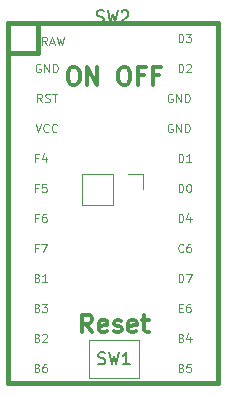
<source format=gbr>
G04 #@! TF.GenerationSoftware,KiCad,Pcbnew,(5.0.0)*
G04 #@! TF.CreationDate,2020-05-09T16:41:49-06:00*
G04 #@! TF.ProjectId,BatteryPack,426174746572795061636B2E6B696361,rev?*
G04 #@! TF.SameCoordinates,Original*
G04 #@! TF.FileFunction,Legend,Top*
G04 #@! TF.FilePolarity,Positive*
%FSLAX46Y46*%
G04 Gerber Fmt 4.6, Leading zero omitted, Abs format (unit mm)*
G04 Created by KiCad (PCBNEW (5.0.0)) date 05/09/20 16:41:49*
%MOMM*%
%LPD*%
G01*
G04 APERTURE LIST*
%ADD10C,0.300000*%
%ADD11C,0.120000*%
%ADD12C,0.381000*%
%ADD13C,0.150000*%
%ADD14C,0.100000*%
G04 APERTURE END LIST*
D10*
X126539857Y-88943571D02*
X126039857Y-88229285D01*
X125682714Y-88943571D02*
X125682714Y-87443571D01*
X126254142Y-87443571D01*
X126397000Y-87515000D01*
X126468428Y-87586428D01*
X126539857Y-87729285D01*
X126539857Y-87943571D01*
X126468428Y-88086428D01*
X126397000Y-88157857D01*
X126254142Y-88229285D01*
X125682714Y-88229285D01*
X127754142Y-88872142D02*
X127611285Y-88943571D01*
X127325571Y-88943571D01*
X127182714Y-88872142D01*
X127111285Y-88729285D01*
X127111285Y-88157857D01*
X127182714Y-88015000D01*
X127325571Y-87943571D01*
X127611285Y-87943571D01*
X127754142Y-88015000D01*
X127825571Y-88157857D01*
X127825571Y-88300714D01*
X127111285Y-88443571D01*
X128397000Y-88872142D02*
X128539857Y-88943571D01*
X128825571Y-88943571D01*
X128968428Y-88872142D01*
X129039857Y-88729285D01*
X129039857Y-88657857D01*
X128968428Y-88515000D01*
X128825571Y-88443571D01*
X128611285Y-88443571D01*
X128468428Y-88372142D01*
X128397000Y-88229285D01*
X128397000Y-88157857D01*
X128468428Y-88015000D01*
X128611285Y-87943571D01*
X128825571Y-87943571D01*
X128968428Y-88015000D01*
X130254142Y-88872142D02*
X130111285Y-88943571D01*
X129825571Y-88943571D01*
X129682714Y-88872142D01*
X129611285Y-88729285D01*
X129611285Y-88157857D01*
X129682714Y-88015000D01*
X129825571Y-87943571D01*
X130111285Y-87943571D01*
X130254142Y-88015000D01*
X130325571Y-88157857D01*
X130325571Y-88300714D01*
X129611285Y-88443571D01*
X130754142Y-87943571D02*
X131325571Y-87943571D01*
X130968428Y-87443571D02*
X130968428Y-88729285D01*
X131039857Y-88872142D01*
X131182714Y-88943571D01*
X131325571Y-88943571D01*
X124825571Y-66488571D02*
X125111285Y-66488571D01*
X125254142Y-66560000D01*
X125397000Y-66702857D01*
X125468428Y-66988571D01*
X125468428Y-67488571D01*
X125397000Y-67774285D01*
X125254142Y-67917142D01*
X125111285Y-67988571D01*
X124825571Y-67988571D01*
X124682714Y-67917142D01*
X124539857Y-67774285D01*
X124468428Y-67488571D01*
X124468428Y-66988571D01*
X124539857Y-66702857D01*
X124682714Y-66560000D01*
X124825571Y-66488571D01*
X126111285Y-67988571D02*
X126111285Y-66488571D01*
X126968428Y-67988571D01*
X126968428Y-66488571D01*
X129111285Y-66488571D02*
X129397000Y-66488571D01*
X129539857Y-66560000D01*
X129682714Y-66702857D01*
X129754142Y-66988571D01*
X129754142Y-67488571D01*
X129682714Y-67774285D01*
X129539857Y-67917142D01*
X129397000Y-67988571D01*
X129111285Y-67988571D01*
X128968428Y-67917142D01*
X128825571Y-67774285D01*
X128754142Y-67488571D01*
X128754142Y-66988571D01*
X128825571Y-66702857D01*
X128968428Y-66560000D01*
X129111285Y-66488571D01*
X130897000Y-67202857D02*
X130397000Y-67202857D01*
X130397000Y-67988571D02*
X130397000Y-66488571D01*
X131111285Y-66488571D01*
X132182714Y-67202857D02*
X131682714Y-67202857D01*
X131682714Y-67988571D02*
X131682714Y-66488571D01*
X132397000Y-66488571D01*
D11*
G04 #@! TO.C,SW1*
X130497000Y-89586000D02*
X130497000Y-92786000D01*
X126297000Y-92786000D02*
X130497000Y-92786000D01*
X126297000Y-89586000D02*
X126297000Y-92786000D01*
X126297000Y-89586000D02*
X130497000Y-89586000D01*
D12*
G04 #@! TO.C,U1*
X137160000Y-62790000D02*
X119380000Y-62790000D01*
X119380000Y-62790000D02*
X119380000Y-93270000D01*
X119380000Y-93270000D02*
X137160000Y-93270000D01*
X137160000Y-93270000D02*
X137160000Y-62790000D01*
X121920000Y-62790000D02*
X121920000Y-65330000D01*
X121920000Y-65330000D02*
X119380000Y-65330000D01*
D11*
G04 #@! TO.C,J1*
X125670001Y-75505000D02*
X125670001Y-78165000D01*
X128270001Y-75505000D02*
X125670001Y-75505000D01*
X128270001Y-78165000D02*
X125670001Y-78165000D01*
X128270001Y-75505000D02*
X128270001Y-78165000D01*
X129540001Y-75505000D02*
X130870001Y-75505000D01*
X130870001Y-75505000D02*
X130870001Y-76835000D01*
G04 #@! TO.C,SW1*
D13*
X127063666Y-91590761D02*
X127206523Y-91638380D01*
X127444619Y-91638380D01*
X127539857Y-91590761D01*
X127587476Y-91543142D01*
X127635095Y-91447904D01*
X127635095Y-91352666D01*
X127587476Y-91257428D01*
X127539857Y-91209809D01*
X127444619Y-91162190D01*
X127254142Y-91114571D01*
X127158904Y-91066952D01*
X127111285Y-91019333D01*
X127063666Y-90924095D01*
X127063666Y-90828857D01*
X127111285Y-90733619D01*
X127158904Y-90686000D01*
X127254142Y-90638380D01*
X127492238Y-90638380D01*
X127635095Y-90686000D01*
X127968428Y-90638380D02*
X128206523Y-91638380D01*
X128397000Y-90924095D01*
X128587476Y-91638380D01*
X128825571Y-90638380D01*
X129730333Y-91638380D02*
X129158904Y-91638380D01*
X129444619Y-91638380D02*
X129444619Y-90638380D01*
X129349380Y-90781238D01*
X129254142Y-90876476D01*
X129158904Y-90924095D01*
G04 #@! TO.C,U1*
D14*
X134082666Y-91950000D02*
X134182666Y-91983333D01*
X134216000Y-92016666D01*
X134249333Y-92083333D01*
X134249333Y-92183333D01*
X134216000Y-92250000D01*
X134182666Y-92283333D01*
X134116000Y-92316666D01*
X133849333Y-92316666D01*
X133849333Y-91616666D01*
X134082666Y-91616666D01*
X134149333Y-91650000D01*
X134182666Y-91683333D01*
X134216000Y-91750000D01*
X134216000Y-91816666D01*
X134182666Y-91883333D01*
X134149333Y-91916666D01*
X134082666Y-91950000D01*
X133849333Y-91950000D01*
X134882666Y-91616666D02*
X134549333Y-91616666D01*
X134516000Y-91950000D01*
X134549333Y-91916666D01*
X134616000Y-91883333D01*
X134782666Y-91883333D01*
X134849333Y-91916666D01*
X134882666Y-91950000D01*
X134916000Y-92016666D01*
X134916000Y-92183333D01*
X134882666Y-92250000D01*
X134849333Y-92283333D01*
X134782666Y-92316666D01*
X134616000Y-92316666D01*
X134549333Y-92283333D01*
X134516000Y-92250000D01*
X134082666Y-89410000D02*
X134182666Y-89443333D01*
X134216000Y-89476666D01*
X134249333Y-89543333D01*
X134249333Y-89643333D01*
X134216000Y-89710000D01*
X134182666Y-89743333D01*
X134116000Y-89776666D01*
X133849333Y-89776666D01*
X133849333Y-89076666D01*
X134082666Y-89076666D01*
X134149333Y-89110000D01*
X134182666Y-89143333D01*
X134216000Y-89210000D01*
X134216000Y-89276666D01*
X134182666Y-89343333D01*
X134149333Y-89376666D01*
X134082666Y-89410000D01*
X133849333Y-89410000D01*
X134849333Y-89310000D02*
X134849333Y-89776666D01*
X134682666Y-89043333D02*
X134516000Y-89543333D01*
X134949333Y-89543333D01*
X133882666Y-86870000D02*
X134116000Y-86870000D01*
X134216000Y-87236666D02*
X133882666Y-87236666D01*
X133882666Y-86536666D01*
X134216000Y-86536666D01*
X134816000Y-86536666D02*
X134682666Y-86536666D01*
X134616000Y-86570000D01*
X134582666Y-86603333D01*
X134516000Y-86703333D01*
X134482666Y-86836666D01*
X134482666Y-87103333D01*
X134516000Y-87170000D01*
X134549333Y-87203333D01*
X134616000Y-87236666D01*
X134749333Y-87236666D01*
X134816000Y-87203333D01*
X134849333Y-87170000D01*
X134882666Y-87103333D01*
X134882666Y-86936666D01*
X134849333Y-86870000D01*
X134816000Y-86836666D01*
X134749333Y-86803333D01*
X134616000Y-86803333D01*
X134549333Y-86836666D01*
X134516000Y-86870000D01*
X134482666Y-86936666D01*
X133849333Y-84696666D02*
X133849333Y-83996666D01*
X134016000Y-83996666D01*
X134116000Y-84030000D01*
X134182666Y-84096666D01*
X134216000Y-84163333D01*
X134249333Y-84296666D01*
X134249333Y-84396666D01*
X134216000Y-84530000D01*
X134182666Y-84596666D01*
X134116000Y-84663333D01*
X134016000Y-84696666D01*
X133849333Y-84696666D01*
X134482666Y-83996666D02*
X134949333Y-83996666D01*
X134649333Y-84696666D01*
X134249333Y-82090000D02*
X134216000Y-82123333D01*
X134116000Y-82156666D01*
X134049333Y-82156666D01*
X133949333Y-82123333D01*
X133882666Y-82056666D01*
X133849333Y-81990000D01*
X133816000Y-81856666D01*
X133816000Y-81756666D01*
X133849333Y-81623333D01*
X133882666Y-81556666D01*
X133949333Y-81490000D01*
X134049333Y-81456666D01*
X134116000Y-81456666D01*
X134216000Y-81490000D01*
X134249333Y-81523333D01*
X134849333Y-81456666D02*
X134716000Y-81456666D01*
X134649333Y-81490000D01*
X134616000Y-81523333D01*
X134549333Y-81623333D01*
X134516000Y-81756666D01*
X134516000Y-82023333D01*
X134549333Y-82090000D01*
X134582666Y-82123333D01*
X134649333Y-82156666D01*
X134782666Y-82156666D01*
X134849333Y-82123333D01*
X134882666Y-82090000D01*
X134916000Y-82023333D01*
X134916000Y-81856666D01*
X134882666Y-81790000D01*
X134849333Y-81756666D01*
X134782666Y-81723333D01*
X134649333Y-81723333D01*
X134582666Y-81756666D01*
X134549333Y-81790000D01*
X134516000Y-81856666D01*
X133849333Y-79616666D02*
X133849333Y-78916666D01*
X134016000Y-78916666D01*
X134116000Y-78950000D01*
X134182666Y-79016666D01*
X134216000Y-79083333D01*
X134249333Y-79216666D01*
X134249333Y-79316666D01*
X134216000Y-79450000D01*
X134182666Y-79516666D01*
X134116000Y-79583333D01*
X134016000Y-79616666D01*
X133849333Y-79616666D01*
X134849333Y-79150000D02*
X134849333Y-79616666D01*
X134682666Y-78883333D02*
X134516000Y-79383333D01*
X134949333Y-79383333D01*
X133849333Y-77076666D02*
X133849333Y-76376666D01*
X134016000Y-76376666D01*
X134116000Y-76410000D01*
X134182666Y-76476666D01*
X134216000Y-76543333D01*
X134249333Y-76676666D01*
X134249333Y-76776666D01*
X134216000Y-76910000D01*
X134182666Y-76976666D01*
X134116000Y-77043333D01*
X134016000Y-77076666D01*
X133849333Y-77076666D01*
X134682666Y-76376666D02*
X134749333Y-76376666D01*
X134816000Y-76410000D01*
X134849333Y-76443333D01*
X134882666Y-76510000D01*
X134916000Y-76643333D01*
X134916000Y-76810000D01*
X134882666Y-76943333D01*
X134849333Y-77010000D01*
X134816000Y-77043333D01*
X134749333Y-77076666D01*
X134682666Y-77076666D01*
X134616000Y-77043333D01*
X134582666Y-77010000D01*
X134549333Y-76943333D01*
X134516000Y-76810000D01*
X134516000Y-76643333D01*
X134549333Y-76510000D01*
X134582666Y-76443333D01*
X134616000Y-76410000D01*
X134682666Y-76376666D01*
X133849333Y-74536666D02*
X133849333Y-73836666D01*
X134016000Y-73836666D01*
X134116000Y-73870000D01*
X134182666Y-73936666D01*
X134216000Y-74003333D01*
X134249333Y-74136666D01*
X134249333Y-74236666D01*
X134216000Y-74370000D01*
X134182666Y-74436666D01*
X134116000Y-74503333D01*
X134016000Y-74536666D01*
X133849333Y-74536666D01*
X134916000Y-74536666D02*
X134516000Y-74536666D01*
X134716000Y-74536666D02*
X134716000Y-73836666D01*
X134649333Y-73936666D01*
X134582666Y-74003333D01*
X134516000Y-74036666D01*
X133324666Y-71330000D02*
X133258000Y-71296666D01*
X133158000Y-71296666D01*
X133058000Y-71330000D01*
X132991333Y-71396666D01*
X132958000Y-71463333D01*
X132924666Y-71596666D01*
X132924666Y-71696666D01*
X132958000Y-71830000D01*
X132991333Y-71896666D01*
X133058000Y-71963333D01*
X133158000Y-71996666D01*
X133224666Y-71996666D01*
X133324666Y-71963333D01*
X133358000Y-71930000D01*
X133358000Y-71696666D01*
X133224666Y-71696666D01*
X133658000Y-71996666D02*
X133658000Y-71296666D01*
X134058000Y-71996666D01*
X134058000Y-71296666D01*
X134391333Y-71996666D02*
X134391333Y-71296666D01*
X134558000Y-71296666D01*
X134658000Y-71330000D01*
X134724666Y-71396666D01*
X134758000Y-71463333D01*
X134791333Y-71596666D01*
X134791333Y-71696666D01*
X134758000Y-71830000D01*
X134724666Y-71896666D01*
X134658000Y-71963333D01*
X134558000Y-71996666D01*
X134391333Y-71996666D01*
X133324666Y-68790000D02*
X133258000Y-68756666D01*
X133158000Y-68756666D01*
X133058000Y-68790000D01*
X132991333Y-68856666D01*
X132958000Y-68923333D01*
X132924666Y-69056666D01*
X132924666Y-69156666D01*
X132958000Y-69290000D01*
X132991333Y-69356666D01*
X133058000Y-69423333D01*
X133158000Y-69456666D01*
X133224666Y-69456666D01*
X133324666Y-69423333D01*
X133358000Y-69390000D01*
X133358000Y-69156666D01*
X133224666Y-69156666D01*
X133658000Y-69456666D02*
X133658000Y-68756666D01*
X134058000Y-69456666D01*
X134058000Y-68756666D01*
X134391333Y-69456666D02*
X134391333Y-68756666D01*
X134558000Y-68756666D01*
X134658000Y-68790000D01*
X134724666Y-68856666D01*
X134758000Y-68923333D01*
X134791333Y-69056666D01*
X134791333Y-69156666D01*
X134758000Y-69290000D01*
X134724666Y-69356666D01*
X134658000Y-69423333D01*
X134558000Y-69456666D01*
X134391333Y-69456666D01*
X133849333Y-66916666D02*
X133849333Y-66216666D01*
X134016000Y-66216666D01*
X134116000Y-66250000D01*
X134182666Y-66316666D01*
X134216000Y-66383333D01*
X134249333Y-66516666D01*
X134249333Y-66616666D01*
X134216000Y-66750000D01*
X134182666Y-66816666D01*
X134116000Y-66883333D01*
X134016000Y-66916666D01*
X133849333Y-66916666D01*
X134516000Y-66283333D02*
X134549333Y-66250000D01*
X134616000Y-66216666D01*
X134782666Y-66216666D01*
X134849333Y-66250000D01*
X134882666Y-66283333D01*
X134916000Y-66350000D01*
X134916000Y-66416666D01*
X134882666Y-66516666D01*
X134482666Y-66916666D01*
X134916000Y-66916666D01*
X133849333Y-64376666D02*
X133849333Y-63676666D01*
X134016000Y-63676666D01*
X134116000Y-63710000D01*
X134182666Y-63776666D01*
X134216000Y-63843333D01*
X134249333Y-63976666D01*
X134249333Y-64076666D01*
X134216000Y-64210000D01*
X134182666Y-64276666D01*
X134116000Y-64343333D01*
X134016000Y-64376666D01*
X133849333Y-64376666D01*
X134482666Y-63676666D02*
X134916000Y-63676666D01*
X134682666Y-63943333D01*
X134782666Y-63943333D01*
X134849333Y-63976666D01*
X134882666Y-64010000D01*
X134916000Y-64076666D01*
X134916000Y-64243333D01*
X134882666Y-64310000D01*
X134849333Y-64343333D01*
X134782666Y-64376666D01*
X134582666Y-64376666D01*
X134516000Y-64343333D01*
X134482666Y-64310000D01*
X121890666Y-91950000D02*
X121990666Y-91983333D01*
X122024000Y-92016666D01*
X122057333Y-92083333D01*
X122057333Y-92183333D01*
X122024000Y-92250000D01*
X121990666Y-92283333D01*
X121924000Y-92316666D01*
X121657333Y-92316666D01*
X121657333Y-91616666D01*
X121890666Y-91616666D01*
X121957333Y-91650000D01*
X121990666Y-91683333D01*
X122024000Y-91750000D01*
X122024000Y-91816666D01*
X121990666Y-91883333D01*
X121957333Y-91916666D01*
X121890666Y-91950000D01*
X121657333Y-91950000D01*
X122657333Y-91616666D02*
X122524000Y-91616666D01*
X122457333Y-91650000D01*
X122424000Y-91683333D01*
X122357333Y-91783333D01*
X122324000Y-91916666D01*
X122324000Y-92183333D01*
X122357333Y-92250000D01*
X122390666Y-92283333D01*
X122457333Y-92316666D01*
X122590666Y-92316666D01*
X122657333Y-92283333D01*
X122690666Y-92250000D01*
X122724000Y-92183333D01*
X122724000Y-92016666D01*
X122690666Y-91950000D01*
X122657333Y-91916666D01*
X122590666Y-91883333D01*
X122457333Y-91883333D01*
X122390666Y-91916666D01*
X122357333Y-91950000D01*
X122324000Y-92016666D01*
X121890666Y-89410000D02*
X121990666Y-89443333D01*
X122024000Y-89476666D01*
X122057333Y-89543333D01*
X122057333Y-89643333D01*
X122024000Y-89710000D01*
X121990666Y-89743333D01*
X121924000Y-89776666D01*
X121657333Y-89776666D01*
X121657333Y-89076666D01*
X121890666Y-89076666D01*
X121957333Y-89110000D01*
X121990666Y-89143333D01*
X122024000Y-89210000D01*
X122024000Y-89276666D01*
X121990666Y-89343333D01*
X121957333Y-89376666D01*
X121890666Y-89410000D01*
X121657333Y-89410000D01*
X122324000Y-89143333D02*
X122357333Y-89110000D01*
X122424000Y-89076666D01*
X122590666Y-89076666D01*
X122657333Y-89110000D01*
X122690666Y-89143333D01*
X122724000Y-89210000D01*
X122724000Y-89276666D01*
X122690666Y-89376666D01*
X122290666Y-89776666D01*
X122724000Y-89776666D01*
X121890666Y-86870000D02*
X121990666Y-86903333D01*
X122024000Y-86936666D01*
X122057333Y-87003333D01*
X122057333Y-87103333D01*
X122024000Y-87170000D01*
X121990666Y-87203333D01*
X121924000Y-87236666D01*
X121657333Y-87236666D01*
X121657333Y-86536666D01*
X121890666Y-86536666D01*
X121957333Y-86570000D01*
X121990666Y-86603333D01*
X122024000Y-86670000D01*
X122024000Y-86736666D01*
X121990666Y-86803333D01*
X121957333Y-86836666D01*
X121890666Y-86870000D01*
X121657333Y-86870000D01*
X122290666Y-86536666D02*
X122724000Y-86536666D01*
X122490666Y-86803333D01*
X122590666Y-86803333D01*
X122657333Y-86836666D01*
X122690666Y-86870000D01*
X122724000Y-86936666D01*
X122724000Y-87103333D01*
X122690666Y-87170000D01*
X122657333Y-87203333D01*
X122590666Y-87236666D01*
X122390666Y-87236666D01*
X122324000Y-87203333D01*
X122290666Y-87170000D01*
X121890666Y-84330000D02*
X121990666Y-84363333D01*
X122024000Y-84396666D01*
X122057333Y-84463333D01*
X122057333Y-84563333D01*
X122024000Y-84630000D01*
X121990666Y-84663333D01*
X121924000Y-84696666D01*
X121657333Y-84696666D01*
X121657333Y-83996666D01*
X121890666Y-83996666D01*
X121957333Y-84030000D01*
X121990666Y-84063333D01*
X122024000Y-84130000D01*
X122024000Y-84196666D01*
X121990666Y-84263333D01*
X121957333Y-84296666D01*
X121890666Y-84330000D01*
X121657333Y-84330000D01*
X122724000Y-84696666D02*
X122324000Y-84696666D01*
X122524000Y-84696666D02*
X122524000Y-83996666D01*
X122457333Y-84096666D01*
X122390666Y-84163333D01*
X122324000Y-84196666D01*
X121940666Y-79250000D02*
X121707333Y-79250000D01*
X121707333Y-79616666D02*
X121707333Y-78916666D01*
X122040666Y-78916666D01*
X122607333Y-78916666D02*
X122474000Y-78916666D01*
X122407333Y-78950000D01*
X122374000Y-78983333D01*
X122307333Y-79083333D01*
X122274000Y-79216666D01*
X122274000Y-79483333D01*
X122307333Y-79550000D01*
X122340666Y-79583333D01*
X122407333Y-79616666D01*
X122540666Y-79616666D01*
X122607333Y-79583333D01*
X122640666Y-79550000D01*
X122674000Y-79483333D01*
X122674000Y-79316666D01*
X122640666Y-79250000D01*
X122607333Y-79216666D01*
X122540666Y-79183333D01*
X122407333Y-79183333D01*
X122340666Y-79216666D01*
X122307333Y-79250000D01*
X122274000Y-79316666D01*
X121940666Y-81790000D02*
X121707333Y-81790000D01*
X121707333Y-82156666D02*
X121707333Y-81456666D01*
X122040666Y-81456666D01*
X122240666Y-81456666D02*
X122707333Y-81456666D01*
X122407333Y-82156666D01*
X121940666Y-76710000D02*
X121707333Y-76710000D01*
X121707333Y-77076666D02*
X121707333Y-76376666D01*
X122040666Y-76376666D01*
X122640666Y-76376666D02*
X122307333Y-76376666D01*
X122274000Y-76710000D01*
X122307333Y-76676666D01*
X122374000Y-76643333D01*
X122540666Y-76643333D01*
X122607333Y-76676666D01*
X122640666Y-76710000D01*
X122674000Y-76776666D01*
X122674000Y-76943333D01*
X122640666Y-77010000D01*
X122607333Y-77043333D01*
X122540666Y-77076666D01*
X122374000Y-77076666D01*
X122307333Y-77043333D01*
X122274000Y-77010000D01*
X121940666Y-74170000D02*
X121707333Y-74170000D01*
X121707333Y-74536666D02*
X121707333Y-73836666D01*
X122040666Y-73836666D01*
X122607333Y-74070000D02*
X122607333Y-74536666D01*
X122440666Y-73803333D02*
X122274000Y-74303333D01*
X122707333Y-74303333D01*
X121748666Y-71296666D02*
X121982000Y-71996666D01*
X122215333Y-71296666D01*
X122848666Y-71930000D02*
X122815333Y-71963333D01*
X122715333Y-71996666D01*
X122648666Y-71996666D01*
X122548666Y-71963333D01*
X122482000Y-71896666D01*
X122448666Y-71830000D01*
X122415333Y-71696666D01*
X122415333Y-71596666D01*
X122448666Y-71463333D01*
X122482000Y-71396666D01*
X122548666Y-71330000D01*
X122648666Y-71296666D01*
X122715333Y-71296666D01*
X122815333Y-71330000D01*
X122848666Y-71363333D01*
X123548666Y-71930000D02*
X123515333Y-71963333D01*
X123415333Y-71996666D01*
X123348666Y-71996666D01*
X123248666Y-71963333D01*
X123182000Y-71896666D01*
X123148666Y-71830000D01*
X123115333Y-71696666D01*
X123115333Y-71596666D01*
X123148666Y-71463333D01*
X123182000Y-71396666D01*
X123248666Y-71330000D01*
X123348666Y-71296666D01*
X123415333Y-71296666D01*
X123515333Y-71330000D01*
X123548666Y-71363333D01*
X122298666Y-69456666D02*
X122065333Y-69123333D01*
X121898666Y-69456666D02*
X121898666Y-68756666D01*
X122165333Y-68756666D01*
X122232000Y-68790000D01*
X122265333Y-68823333D01*
X122298666Y-68890000D01*
X122298666Y-68990000D01*
X122265333Y-69056666D01*
X122232000Y-69090000D01*
X122165333Y-69123333D01*
X121898666Y-69123333D01*
X122565333Y-69423333D02*
X122665333Y-69456666D01*
X122832000Y-69456666D01*
X122898666Y-69423333D01*
X122932000Y-69390000D01*
X122965333Y-69323333D01*
X122965333Y-69256666D01*
X122932000Y-69190000D01*
X122898666Y-69156666D01*
X122832000Y-69123333D01*
X122698666Y-69090000D01*
X122632000Y-69056666D01*
X122598666Y-69023333D01*
X122565333Y-68956666D01*
X122565333Y-68890000D01*
X122598666Y-68823333D01*
X122632000Y-68790000D01*
X122698666Y-68756666D01*
X122865333Y-68756666D01*
X122965333Y-68790000D01*
X123165333Y-68756666D02*
X123565333Y-68756666D01*
X123365333Y-69456666D02*
X123365333Y-68756666D01*
X122148666Y-66250000D02*
X122082000Y-66216666D01*
X121982000Y-66216666D01*
X121882000Y-66250000D01*
X121815333Y-66316666D01*
X121782000Y-66383333D01*
X121748666Y-66516666D01*
X121748666Y-66616666D01*
X121782000Y-66750000D01*
X121815333Y-66816666D01*
X121882000Y-66883333D01*
X121982000Y-66916666D01*
X122048666Y-66916666D01*
X122148666Y-66883333D01*
X122182000Y-66850000D01*
X122182000Y-66616666D01*
X122048666Y-66616666D01*
X122482000Y-66916666D02*
X122482000Y-66216666D01*
X122882000Y-66916666D01*
X122882000Y-66216666D01*
X123215333Y-66916666D02*
X123215333Y-66216666D01*
X123382000Y-66216666D01*
X123482000Y-66250000D01*
X123548666Y-66316666D01*
X123582000Y-66383333D01*
X123615333Y-66516666D01*
X123615333Y-66616666D01*
X123582000Y-66750000D01*
X123548666Y-66816666D01*
X123482000Y-66883333D01*
X123382000Y-66916666D01*
X123215333Y-66916666D01*
X122706666Y-64630666D02*
X122473333Y-64297333D01*
X122306666Y-64630666D02*
X122306666Y-63930666D01*
X122573333Y-63930666D01*
X122640000Y-63964000D01*
X122673333Y-63997333D01*
X122706666Y-64064000D01*
X122706666Y-64164000D01*
X122673333Y-64230666D01*
X122640000Y-64264000D01*
X122573333Y-64297333D01*
X122306666Y-64297333D01*
X122973333Y-64430666D02*
X123306666Y-64430666D01*
X122906666Y-64630666D02*
X123140000Y-63930666D01*
X123373333Y-64630666D01*
X123540000Y-63930666D02*
X123706666Y-64630666D01*
X123840000Y-64130666D01*
X123973333Y-64630666D01*
X124140000Y-63930666D01*
G04 #@! TO.C,SW2*
D13*
X126936666Y-62650761D02*
X127079523Y-62698380D01*
X127317619Y-62698380D01*
X127412857Y-62650761D01*
X127460476Y-62603142D01*
X127508095Y-62507904D01*
X127508095Y-62412666D01*
X127460476Y-62317428D01*
X127412857Y-62269809D01*
X127317619Y-62222190D01*
X127127142Y-62174571D01*
X127031904Y-62126952D01*
X126984285Y-62079333D01*
X126936666Y-61984095D01*
X126936666Y-61888857D01*
X126984285Y-61793619D01*
X127031904Y-61746000D01*
X127127142Y-61698380D01*
X127365238Y-61698380D01*
X127508095Y-61746000D01*
X127841428Y-61698380D02*
X128079523Y-62698380D01*
X128270000Y-61984095D01*
X128460476Y-62698380D01*
X128698571Y-61698380D01*
X129031904Y-61793619D02*
X129079523Y-61746000D01*
X129174761Y-61698380D01*
X129412857Y-61698380D01*
X129508095Y-61746000D01*
X129555714Y-61793619D01*
X129603333Y-61888857D01*
X129603333Y-61984095D01*
X129555714Y-62126952D01*
X128984285Y-62698380D01*
X129603333Y-62698380D01*
G04 #@! TD*
M02*

</source>
